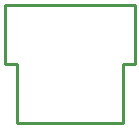
<source format=gbr>
%TF.GenerationSoftware,KiCad,Pcbnew,9.0.0*%
%TF.CreationDate,2025-10-23T21:44:52-04:00*%
%TF.ProjectId,wslink,77736c69-6e6b-42e6-9b69-6361645f7063,rev?*%
%TF.SameCoordinates,Original*%
%TF.FileFunction,Profile,NP*%
%FSLAX46Y46*%
G04 Gerber Fmt 4.6, Leading zero omitted, Abs format (unit mm)*
G04 Created by KiCad (PCBNEW 9.0.0) date 2025-10-23 21:44:52*
%MOMM*%
%LPD*%
G01*
G04 APERTURE LIST*
%TA.AperFunction,Profile*%
%ADD10C,0.254000*%
%TD*%
G04 APERTURE END LIST*
D10*
X-1000000Y5000000D02*
X0Y5000000D01*
X0Y5000000D02*
X0Y0D01*
X0Y0D02*
X8950000Y0D01*
X8950000Y0D02*
X9000000Y50000D01*
X9000000Y50000D02*
X9000000Y5000000D01*
X9000000Y5000000D02*
X10000000Y5000000D01*
X10000000Y5000000D02*
X10000000Y10050000D01*
X10000000Y10050000D02*
X9950000Y10000000D01*
X9950000Y10000000D02*
X-1000000Y10000000D01*
X-1000000Y10000000D02*
X-1000000Y5000000D01*
M02*

</source>
